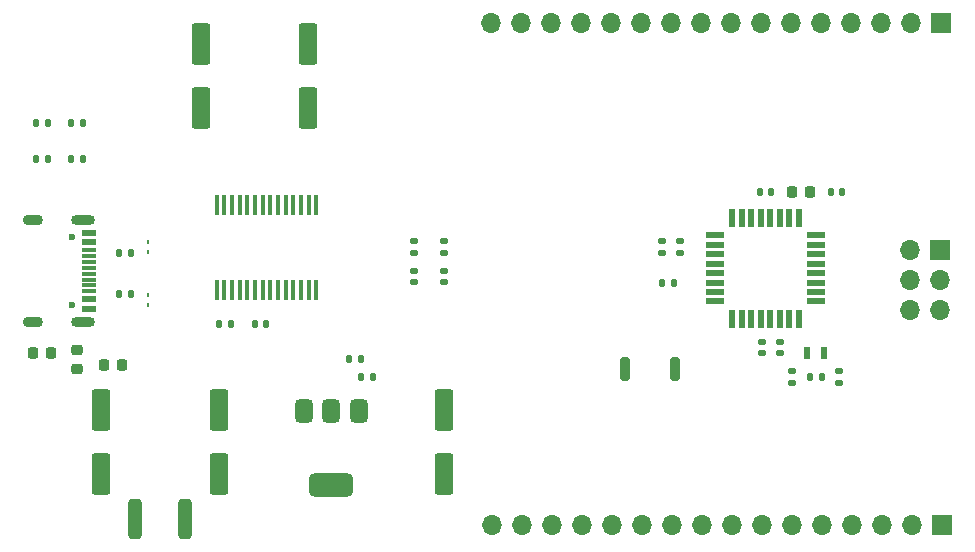
<source format=gts>
%TF.GenerationSoftware,KiCad,Pcbnew,8.0.6*%
%TF.CreationDate,2025-04-05T02:38:06-04:00*%
%TF.ProjectId,intro_to_pcb,696e7472-6f5f-4746-9f5f-7063622e6b69,rev?*%
%TF.SameCoordinates,Original*%
%TF.FileFunction,Soldermask,Top*%
%TF.FilePolarity,Negative*%
%FSLAX46Y46*%
G04 Gerber Fmt 4.6, Leading zero omitted, Abs format (unit mm)*
G04 Created by KiCad (PCBNEW 8.0.6) date 2025-04-05 02:38:06*
%MOMM*%
%LPD*%
G01*
G04 APERTURE LIST*
G04 Aperture macros list*
%AMRoundRect*
0 Rectangle with rounded corners*
0 $1 Rounding radius*
0 $2 $3 $4 $5 $6 $7 $8 $9 X,Y pos of 4 corners*
0 Add a 4 corners polygon primitive as box body*
4,1,4,$2,$3,$4,$5,$6,$7,$8,$9,$2,$3,0*
0 Add four circle primitives for the rounded corners*
1,1,$1+$1,$2,$3*
1,1,$1+$1,$4,$5*
1,1,$1+$1,$6,$7*
1,1,$1+$1,$8,$9*
0 Add four rect primitives between the rounded corners*
20,1,$1+$1,$2,$3,$4,$5,0*
20,1,$1+$1,$4,$5,$6,$7,0*
20,1,$1+$1,$6,$7,$8,$9,0*
20,1,$1+$1,$8,$9,$2,$3,0*%
G04 Aperture macros list end*
%ADD10O,1.700000X0.900000*%
%ADD11O,2.000000X0.900000*%
%ADD12R,1.160000X0.600000*%
%ADD13R,1.160000X0.300000*%
%ADD14C,0.600000*%
%ADD15RoundRect,0.375000X-0.375000X0.625000X-0.375000X-0.625000X0.375000X-0.625000X0.375000X0.625000X0*%
%ADD16RoundRect,0.500000X-1.400000X0.500000X-1.400000X-0.500000X1.400000X-0.500000X1.400000X0.500000X0*%
%ADD17RoundRect,0.200000X0.200000X0.800000X-0.200000X0.800000X-0.200000X-0.800000X0.200000X-0.800000X0*%
%ADD18RoundRect,0.140000X-0.170000X0.140000X-0.170000X-0.140000X0.170000X-0.140000X0.170000X0.140000X0*%
%ADD19RoundRect,0.250000X-0.550000X1.500000X-0.550000X-1.500000X0.550000X-1.500000X0.550000X1.500000X0*%
%ADD20RoundRect,0.225000X0.225000X0.250000X-0.225000X0.250000X-0.225000X-0.250000X0.225000X-0.250000X0*%
%ADD21R,0.600000X1.100000*%
%ADD22RoundRect,0.147500X0.172500X-0.147500X0.172500X0.147500X-0.172500X0.147500X-0.172500X-0.147500X0*%
%ADD23R,1.700000X1.700000*%
%ADD24O,1.700000X1.700000*%
%ADD25RoundRect,0.147500X-0.147500X-0.172500X0.147500X-0.172500X0.147500X0.172500X-0.147500X0.172500X0*%
%ADD26RoundRect,0.135000X-0.135000X-0.185000X0.135000X-0.185000X0.135000X0.185000X-0.135000X0.185000X0*%
%ADD27RoundRect,0.062500X0.062500X-0.117500X0.062500X0.117500X-0.062500X0.117500X-0.062500X-0.117500X0*%
%ADD28RoundRect,0.135000X-0.185000X0.135000X-0.185000X-0.135000X0.185000X-0.135000X0.185000X0.135000X0*%
%ADD29RoundRect,0.140000X-0.140000X-0.170000X0.140000X-0.170000X0.140000X0.170000X-0.140000X0.170000X0*%
%ADD30RoundRect,0.135000X0.185000X-0.135000X0.185000X0.135000X-0.185000X0.135000X-0.185000X-0.135000X0*%
%ADD31RoundRect,0.218750X-0.256250X0.218750X-0.256250X-0.218750X0.256250X-0.218750X0.256250X0.218750X0*%
%ADD32RoundRect,0.140000X0.170000X-0.140000X0.170000X0.140000X-0.170000X0.140000X-0.170000X-0.140000X0*%
%ADD33RoundRect,0.062500X-0.062500X0.117500X-0.062500X-0.117500X0.062500X-0.117500X0.062500X0.117500X0*%
%ADD34R,0.550000X1.600000*%
%ADD35R,1.600000X0.550000*%
%ADD36RoundRect,0.135000X0.135000X0.185000X-0.135000X0.185000X-0.135000X-0.185000X0.135000X-0.185000X0*%
%ADD37RoundRect,0.250000X0.550000X-1.500000X0.550000X1.500000X-0.550000X1.500000X-0.550000X-1.500000X0*%
%ADD38RoundRect,0.225000X-0.225000X-0.250000X0.225000X-0.250000X0.225000X0.250000X-0.225000X0.250000X0*%
%ADD39RoundRect,0.140000X0.140000X0.170000X-0.140000X0.170000X-0.140000X-0.170000X0.140000X-0.170000X0*%
%ADD40RoundRect,0.218750X-0.218750X-0.256250X0.218750X-0.256250X0.218750X0.256250X-0.218750X0.256250X0*%
%ADD41RoundRect,0.250000X-0.312500X-1.450000X0.312500X-1.450000X0.312500X1.450000X-0.312500X1.450000X0*%
%ADD42R,0.450000X1.750000*%
G04 APERTURE END LIST*
D10*
%TO.C,J1*%
X104260000Y-127320000D03*
D11*
X108430000Y-127320000D03*
D10*
X104260000Y-118680000D03*
D11*
X108430000Y-118680000D03*
D12*
X109010000Y-119800000D03*
X109010000Y-120600000D03*
D13*
X109010000Y-121250000D03*
X109010000Y-122250000D03*
X109010000Y-123750000D03*
X109010000Y-124750000D03*
D12*
X109010000Y-125400000D03*
X109010000Y-126200000D03*
X109010000Y-126200000D03*
X109010000Y-125400000D03*
D13*
X109010000Y-124250000D03*
X109010000Y-123250000D03*
X109010000Y-122750000D03*
X109010000Y-121750000D03*
D12*
X109010000Y-120600000D03*
X109010000Y-119800000D03*
D14*
X107500000Y-125890000D03*
X107500000Y-120110000D03*
%TD*%
D15*
%TO.C,U2*%
X131800000Y-134850000D03*
X129500000Y-134850000D03*
X127200000Y-134850000D03*
D16*
X129500000Y-141150000D03*
%TD*%
D17*
%TO.C,SW1*%
X158600000Y-131300000D03*
X154400000Y-131300000D03*
%TD*%
D18*
%TO.C,C6*%
X172500000Y-131520000D03*
X172500000Y-132480000D03*
%TD*%
D19*
%TO.C,C11*%
X139000000Y-134800000D03*
X139000000Y-140200000D03*
%TD*%
D20*
%TO.C,C7*%
X105775000Y-130000000D03*
X104225000Y-130000000D03*
%TD*%
D21*
%TO.C,Y1*%
X171200000Y-130000000D03*
X169800000Y-130000000D03*
%TD*%
D22*
%TO.C,D5*%
X136500000Y-123970000D03*
X136500000Y-123000000D03*
%TD*%
D23*
%TO.C,J3*%
X181200000Y-144500000D03*
D24*
X178660000Y-144500000D03*
X176120000Y-144500000D03*
X173580000Y-144500000D03*
X171040000Y-144500000D03*
X168500000Y-144500000D03*
X165960000Y-144500000D03*
X163420000Y-144500000D03*
X160880000Y-144500000D03*
X158340000Y-144500000D03*
X155800000Y-144500000D03*
X153260000Y-144500000D03*
X150720000Y-144500000D03*
X148180000Y-144500000D03*
X145640000Y-144500000D03*
X143100000Y-144500000D03*
%TD*%
D25*
%TO.C,D4*%
X104515000Y-110500000D03*
X105485000Y-110500000D03*
%TD*%
D26*
%TO.C,R5*%
X111490000Y-125000000D03*
X112510000Y-125000000D03*
%TD*%
%TO.C,R6*%
X111490000Y-121500000D03*
X112510000Y-121500000D03*
%TD*%
D27*
%TO.C,D2*%
X114000000Y-120580000D03*
X114000000Y-121420000D03*
%TD*%
D28*
%TO.C,R4*%
X157500000Y-120490000D03*
X157500000Y-121510000D03*
%TD*%
D29*
%TO.C,C1*%
X165790000Y-116300000D03*
X166750000Y-116300000D03*
%TD*%
D23*
%TO.C,J4*%
X181000000Y-121275000D03*
D24*
X178460000Y-121275000D03*
X181000000Y-123815000D03*
X178460000Y-123815000D03*
X181000000Y-126355000D03*
X178460000Y-126355000D03*
%TD*%
D29*
%TO.C,C2*%
X171770000Y-116300000D03*
X172730000Y-116300000D03*
%TD*%
D30*
%TO.C,R11*%
X136500000Y-121495000D03*
X136500000Y-120475000D03*
%TD*%
D19*
%TO.C,C10*%
X120000000Y-134800000D03*
X120000000Y-140200000D03*
%TD*%
D29*
%TO.C,C13*%
X123020000Y-127500000D03*
X123980000Y-127500000D03*
%TD*%
D31*
%TO.C,FB1*%
X108000000Y-129712500D03*
X108000000Y-131287500D03*
%TD*%
D30*
%TO.C,R12*%
X139000000Y-121510000D03*
X139000000Y-120490000D03*
%TD*%
D32*
%TO.C,C3*%
X166000000Y-129980000D03*
X166000000Y-129020000D03*
%TD*%
D22*
%TO.C,D6*%
X139000000Y-123985000D03*
X139000000Y-123015000D03*
%TD*%
D26*
%TO.C,R2*%
X169990000Y-132000000D03*
X171010000Y-132000000D03*
%TD*%
D33*
%TO.C,D1*%
X114000000Y-125920000D03*
X114000000Y-125080000D03*
%TD*%
D34*
%TO.C,U1*%
X163450000Y-127050000D03*
X164250000Y-127050000D03*
X165050000Y-127050000D03*
X165850000Y-127050000D03*
X166650000Y-127050000D03*
X167450000Y-127050000D03*
X168250000Y-127050000D03*
X169050000Y-127050000D03*
D35*
X170500000Y-125600000D03*
X170500000Y-124800000D03*
X170500000Y-124000000D03*
X170500000Y-123200000D03*
X170500000Y-122400000D03*
X170500000Y-121600000D03*
X170500000Y-120800000D03*
X170500000Y-120000000D03*
D34*
X169050000Y-118550000D03*
X168250000Y-118550000D03*
X167450000Y-118550000D03*
X166650000Y-118550000D03*
X165850000Y-118550000D03*
X165050000Y-118550000D03*
X164250000Y-118550000D03*
X163450000Y-118550000D03*
D35*
X162000000Y-120000000D03*
X162000000Y-120800000D03*
X162000000Y-121600000D03*
X162000000Y-122400000D03*
X162000000Y-123200000D03*
X162000000Y-124000000D03*
X162000000Y-124800000D03*
X162000000Y-125600000D03*
%TD*%
D30*
%TO.C,R3*%
X159000000Y-121510000D03*
X159000000Y-120490000D03*
%TD*%
D36*
%TO.C,R10*%
X108510000Y-110500000D03*
X107490000Y-110500000D03*
%TD*%
D37*
%TO.C,C14*%
X118500000Y-109200000D03*
X118500000Y-103800000D03*
%TD*%
%TO.C,C15*%
X127500000Y-109200000D03*
X127500000Y-103800000D03*
%TD*%
D38*
%TO.C,C8*%
X110225000Y-131000000D03*
X111775000Y-131000000D03*
%TD*%
D23*
%TO.C,J2*%
X181100000Y-102000000D03*
D24*
X178560000Y-102000000D03*
X176020000Y-102000000D03*
X173480000Y-102000000D03*
X170940000Y-102000000D03*
X168400000Y-102000000D03*
X165860000Y-102000000D03*
X163320000Y-102000000D03*
X160780000Y-102000000D03*
X158240000Y-102000000D03*
X155700000Y-102000000D03*
X153160000Y-102000000D03*
X150620000Y-102000000D03*
X148080000Y-102000000D03*
X145540000Y-102000000D03*
X143000000Y-102000000D03*
%TD*%
D32*
%TO.C,C4*%
X167500000Y-129980000D03*
X167500000Y-129020000D03*
%TD*%
D25*
%TO.C,D3*%
X104515000Y-113500000D03*
X105485000Y-113500000D03*
%TD*%
D26*
%TO.C,R8*%
X131990000Y-132000000D03*
X133010000Y-132000000D03*
%TD*%
D18*
%TO.C,C5*%
X168500000Y-131520000D03*
X168500000Y-132480000D03*
%TD*%
D26*
%TO.C,R7*%
X130980000Y-130500000D03*
X132000000Y-130500000D03*
%TD*%
D39*
%TO.C,C12*%
X120980000Y-127500000D03*
X120020000Y-127500000D03*
%TD*%
D40*
%TO.C,L1*%
X168462500Y-116300000D03*
X170037500Y-116300000D03*
%TD*%
D19*
%TO.C,C9*%
X110000000Y-134800000D03*
X110000000Y-140200000D03*
%TD*%
D26*
%TO.C,R1*%
X157490000Y-124000000D03*
X158510000Y-124000000D03*
%TD*%
D36*
%TO.C,R9*%
X108510000Y-113500000D03*
X107490000Y-113500000D03*
%TD*%
D41*
%TO.C,F1*%
X112862500Y-144000000D03*
X117137500Y-144000000D03*
%TD*%
D42*
%TO.C,U3*%
X128225000Y-117400000D03*
X127575000Y-117400000D03*
X126925000Y-117400000D03*
X126275000Y-117400000D03*
X125625000Y-117400000D03*
X124975000Y-117400000D03*
X124325000Y-117400000D03*
X123675000Y-117400000D03*
X123025000Y-117400000D03*
X122375000Y-117400000D03*
X121725000Y-117400000D03*
X121075000Y-117400000D03*
X120425000Y-117400000D03*
X119775000Y-117400000D03*
X119775000Y-124600000D03*
X120425000Y-124600000D03*
X121075000Y-124600000D03*
X121725000Y-124600000D03*
X122375000Y-124600000D03*
X123025000Y-124600000D03*
X123675000Y-124600000D03*
X124325000Y-124600000D03*
X124975000Y-124600000D03*
X125625000Y-124600000D03*
X126275000Y-124600000D03*
X126925000Y-124600000D03*
X127575000Y-124600000D03*
X128225000Y-124600000D03*
%TD*%
M02*

</source>
